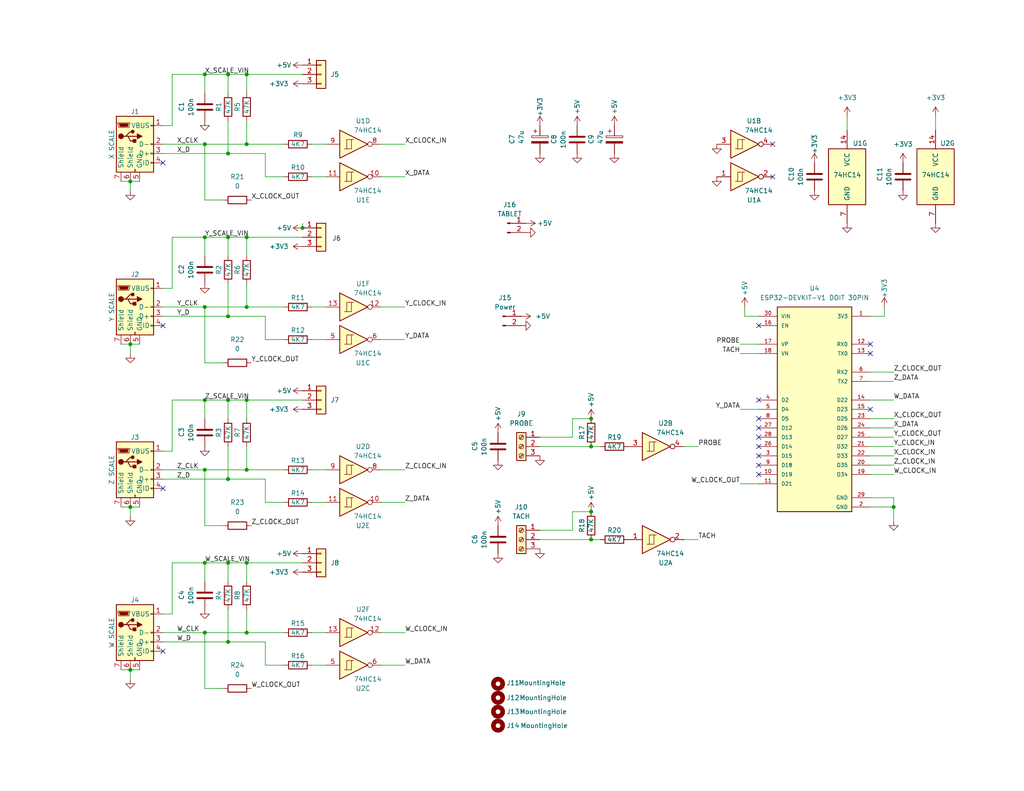
<source format=kicad_sch>
(kicad_sch (version 20231120) (generator "eeschema") (generator_version "8.0")
  (paper "USLetter")
  (title_block (title "TouchDRO ESP32") (date "2024-07-26") (rev "FINAL"))
  (lib_symbols
    (symbol "+5V_1" (power) (pin_numbers hide) (pin_names (offset 0) hide)
      (property "Value" "+5V" (at 0 3.556 0))
      (symbol "+5V_1_1_1"
        (pin power_in line (at 0 0 90) (length 0) (name "~") (number "1"))
      )
    )
    (symbol "74xx:74HC14" (pin_names (offset 1.016))
      (property "Reference" "U" (at 0 1.27 0))
      (property "Value" "74HC14" (at 0 -1.27 0))
      (symbol "74HC14_1_0"
        (pin input line (at -7.62 0 0) (length 3.81) (name "~") (number "1"))
        (pin output inverted (at 7.62 0 180) (length 3.81) (name "~") (number "2"))
      )
      (symbol "74HC14_2_0"
        (pin input line (at -7.62 0 0) (length 3.81) (name "~") (number "3"))
        (pin output inverted (at 7.62 0 180) (length 3.81) (name "~") (number "4"))
      )
      (symbol "74HC14_3_0"
        (pin input line (at -7.62 0 0) (length 3.81) (name "~") (number "5"))
        (pin output inverted (at 7.62 0 180) (length 3.81) (name "~") (number "6"))
      )
      (symbol "74HC14_4_0"
        (pin output inverted (at 7.62 0 180) (length 3.81) (name "~") (number "8"))
        (pin input line (at -7.62 0 0) (length 3.81) (name "~") (number "9"))
      )
      (symbol "74HC14_5_0"
        (pin output inverted (at 7.62 0 180) (length 3.81) (name "~") (number "10"))
        (pin input line (at -7.62 0 0) (length 3.81) (name "~") (number "11"))
      )
      (symbol "74HC14_6_0"
        (pin output inverted (at 7.62 0 180) (length 3.81) (name "~") (number "12"))
        (pin input line (at -7.62 0 0) (length 3.81) (name "~") (number "13"))
      )
      (symbol "74HC14_7_0"
        (pin power_in line (at 0 12.7 270) (length 5.08) (name "VCC") (number "14"))
        (pin power_in line (at 0 -12.7 90) (length 5.08) (name "GND") (number "7"))
      )
    )
    (symbol "Conn_01x02_Pin_1" (pin_names (offset 1.016) hide)
      (property "Reference" "J15" (at 0.635 5.08 0))
      (property "Value" "Power" (at 0.635 2.54 0))
      (symbol "Conn_01x02_Pin_1_1_1"
        (pin power_out line (at 5.08 0 180) (length 3.81) (name "Pin_1") (number "1"))
        (pin passive line (at 5.08 -2.54 180) (length 3.81) (name "Pin_2") (number "2"))
      )
    )
    (symbol "Connector:Conn_01x02_Pin" (pin_names (offset 1.016) hide)
      (property "Reference" "J" (at 0 2.54 0))
      (property "Value" "Conn_01x02_Pin" (at 0 -5.08 0))
      (symbol "Conn_01x02_Pin_1_1"
        (pin passive line (at 5.08 0 180) (length 3.81) (name "Pin_1") (number "1"))
        (pin passive line (at 5.08 -2.54 180) (length 3.81) (name "Pin_2") (number "2"))
      )
    )
    (symbol "Connector:Screw_Terminal_01x03" (pin_names (offset 1.016) hide)
      (property "Reference" "J" (at 0 5.08 0))
      (property "Value" "Screw_Terminal_01x03" (at 0 -5.08 0))
      (symbol "Screw_Terminal_01x03_1_1"
        (pin passive line (at -5.08 2.54 0) (length 3.81) (name "Pin_1") (number "1"))
        (pin passive line (at -5.08 0 0) (length 3.81) (name "Pin_2") (number "2"))
        (pin passive line (at -5.08 -2.54 0) (length 3.81) (name "Pin_3") (number "3"))
      )
    )
    (symbol "Connector:USB_B_Micro" (pin_names (offset 1.016))
      (property "Reference" "J4" (at 0 8.89 0))
      (property "Value" "W SCALE" (at -6.35 0 90))
      (symbol "USB_B_Micro_1_1"
        (pin power_in line (at 7.62 5.08 180) (length 2.54) (name "VBUS") (number "1"))
        (pin bidirectional line (at 7.62 0 180) (length 2.54) (name "D-") (number "2"))
        (pin bidirectional line (at 7.62 -2.54 180) (length 2.54) (name "D+") (number "3"))
        (pin passive line (at 7.62 -5.08 180) (length 2.54) (name "ID") (number "4"))
        (pin power_in line (at 1.27 -10.16 90) (length 2.54) (name "GND") (number "5"))
        (pin passive line (at -1.27 -10.16 90) (length 2.54) (name "Shield") (number "6"))
        (pin passive line (at -3.81 -10.16 90) (length 2.54) (name "Shield") (number "7"))
      )
    )
    (symbol "Connector_Generic:Conn_01x03" (pin_names (offset 1.016) hide)
      (property "Reference" "J" (at 0 5.08 0))
      (property "Value" "Conn_01x03" (at 0 -5.08 0))
      (symbol "Conn_01x03_1_1"
        (pin passive line (at -5.08 2.54 0) (length 3.81) (name "Pin_1") (number "1"))
        (pin passive line (at -5.08 0 0) (length 3.81) (name "Pin_2") (number "2"))
        (pin passive line (at -5.08 -2.54 0) (length 3.81) (name "Pin_3") (number "3"))
      )
    )
    (symbol "Device:C" (pin_numbers hide) (pin_names (offset 0.254))
      (property "Reference" "C" (at 0.635 2.54 0))
      (property "Value" "C" (at 0.635 -2.54 0))
      (symbol "C_1_1"
        (pin passive line (at 0 3.81 270) (length 2.794) (name "~") (number "1"))
        (pin passive line (at 0 -3.81 90) (length 2.794) (name "~") (number "2"))
      )
    )
    (symbol "Device:C_Polarized" (pin_numbers hide) (pin_names (offset 0.254))
      (property "Reference" "C" (at 0.635 2.54 0))
      (property "Value" "C_Polarized" (at 0.635 -2.54 0))
      (symbol "C_Polarized_1_1"
        (pin passive line (at 0 3.81 270) (length 2.794) (name "~") (number "1"))
        (pin passive line (at 0 -3.81 90) (length 2.794) (name "~") (number "2"))
      )
    )
    (symbol "Device:R" (pin_numbers hide) (pin_names (offset 0))
      (property "Reference" "R" (at 2.032 0 90))
      (property "Value" "R" (at 0 0 90))
      (symbol "R_1_1"
        (pin passive line (at 0 3.81 270) (length 1.27) (name "~") (number "1"))
        (pin passive line (at 0 -3.81 90) (length 1.27) (name "~") (number "2"))
      )
    )
    (symbol "Mechanical:MountingHole" (pin_names (offset 1.016))
      (property "Reference" "H" (at 0 5.08 0))
      (property "Value" "MountingHole" (at 0 3.175 0))
    )
    (symbol "PCM_Espressif:ESP32-DEVKIT-V1 DOIT 30PIN" (pin_names (offset 1.016))
      (property "Reference" "U4" (at 0 33.02 0))
      (property "Value" "ESP32-DEVKIT-V1 DOIT 30PIN" (at 0 30.48 0))
      (symbol "ESP32-DEVKIT-V1 DOIT 30PIN_0_0"
        (pin power_out line (at 15.24 25.4 180) (length 5.08) (name "3V3") (number "1"))
        (pin bidirectional line (at -15.24 -17.78 0) (length 5.08) (name "D19") (number "10"))
        (pin bidirectional line (at -15.24 -20.32 0) (length 5.08) (name "D21") (number "11"))
        (pin input line (at 15.24 17.78 180) (length 5.08) (name "RX0") (number "12"))
        (pin output line (at 15.24 15.24 180) (length 5.08) (name "TX0") (number "13"))
        (pin bidirectional line (at 15.24 2.54 180) (length 5.08) (name "D22") (number "14"))
        (pin bidirectional line (at 15.24 0 180) (length 5.08) (name "D23") (number "15"))
        (pin input line (at -15.24 22.86 0) (length 5.08) (name "EN") (number "16"))
        (pin bidirectional line (at -15.24 17.78 0) (length 5.08) (name "VP") (number "17"))
        (pin bidirectional line (at -15.24 15.24 0) (length 5.08) (name "VN") (number "18"))
        (pin bidirectional line (at 15.24 -17.78 180) (length 5.08) (name "D34") (number "19"))
        (pin power_in line (at 15.24 -26.67 180) (length 5.08) (name "GND") (number "2"))
        (pin bidirectional line (at 15.24 -15.24 180) (length 5.08) (name "D35") (number "20"))
        (pin bidirectional line (at 15.24 -10.16 180) (length 5.08) (name "D32") (number "21"))
        (pin bidirectional line (at 15.24 -12.7 180) (length 5.08) (name "D33") (number "22"))
        (pin bidirectional line (at 15.24 -2.54 180) (length 5.08) (name "D25") (number "23"))
        (pin bidirectional line (at 15.24 -5.08 180) (length 5.08) (name "D26") (number "24"))
        (pin bidirectional line (at 15.24 -7.62 180) (length 5.08) (name "D27") (number "25"))
        (pin bidirectional line (at -15.24 -10.16 0) (length 5.08) (name "D14") (number "26"))
        (pin bidirectional line (at -15.24 -5.08 0) (length 5.08) (name "D12") (number "27"))
        (pin bidirectional line (at -15.24 -7.62 0) (length 5.08) (name "D13") (number "28"))
        (pin power_in line (at 15.24 -24.13 180) (length 5.08) (name "GND") (number "29"))
        (pin bidirectional line (at -15.24 -12.7 0) (length 5.08) (name "D15") (number "3"))
        (pin input line (at -15.24 25.4 0) (length 5.08) (name "VIN") (number "30"))
        (pin bidirectional line (at -15.24 2.54 0) (length 5.08) (name "D2") (number "4"))
        (pin bidirectional line (at -15.24 0 0) (length 5.08) (name "D4") (number "5"))
        (pin input line (at 15.24 10.16 180) (length 5.08) (name "RX2") (number "6"))
        (pin input line (at 15.24 7.62 180) (length 5.08) (name "TX2") (number "7"))
        (pin bidirectional line (at -15.24 -2.54 0) (length 5.08) (name "D5") (number "8"))
        (pin bidirectional line (at -15.24 -15.24 0) (length 5.08) (name "D18") (number "9"))
      )
    )
    (symbol "USB_B_Micro_1" (pin_names (offset 1.016))
      (property "Reference" "J2" (at 0 8.89 0))
      (property "Value" "Y SCALE" (at -6.35 0 90))
      (symbol "USB_B_Micro_1_1_1"
        (pin power_in line (at 7.62 5.08 180) (length 2.54) (name "VBUS") (number "1"))
        (pin bidirectional line (at 7.62 0 180) (length 2.54) (name "D-") (number "2"))
        (pin bidirectional line (at 7.62 -2.54 180) (length 2.54) (name "D+") (number "3"))
        (pin passive line (at 7.62 -5.08 180) (length 2.54) (name "ID") (number "4"))
        (pin power_in line (at 1.27 -10.16 90) (length 2.54) (name "GND") (number "5"))
        (pin passive line (at -1.27 -10.16 90) (length 2.54) (name "Shield") (number "6"))
        (pin passive line (at -3.81 -10.16 90) (length 2.54) (name "Shield") (number "7"))
      )
    )
    (symbol "USB_B_Micro_2" (pin_names (offset 1.016))
      (property "Reference" "J1" (at 0 8.89 0))
      (property "Value" "X SCALE" (at -6.35 0 90))
      (symbol "USB_B_Micro_2_1_1"
        (pin power_in line (at 7.62 5.08 180) (length 2.54) (name "VBUS") (number "1"))
        (pin bidirectional line (at 7.62 0 180) (length 2.54) (name "D-") (number "2"))
        (pin bidirectional line (at 7.62 -2.54 180) (length 2.54) (name "D+") (number "3"))
        (pin passive line (at 7.62 -5.08 180) (length 2.54) (name "ID") (number "4"))
        (pin power_in line (at 1.27 -10.16 90) (length 2.54) (name "GND") (number "5"))
        (pin passive line (at -1.27 -10.16 90) (length 2.54) (name "Shield") (number "6"))
        (pin passive line (at -3.81 -10.16 90) (length 2.54) (name "Shield") (number "7"))
      )
    )
    (symbol "USB_B_Micro_3" (pin_names (offset 1.016))
      (property "Reference" "J3" (at 0 8.89 0))
      (property "Value" "Z SCALE" (at -6.35 0 90))
      (symbol "USB_B_Micro_3_1_1"
        (pin power_in line (at 7.62 5.08 180) (length 2.54) (name "VBUS") (number "1"))
        (pin bidirectional line (at 7.62 0 180) (length 2.54) (name "D-") (number "2"))
        (pin bidirectional line (at 7.62 -2.54 180) (length 2.54) (name "D+") (number "3"))
        (pin passive line (at 7.62 -5.08 180) (length 2.54) (name "ID") (number "4"))
        (pin power_in line (at 1.27 -10.16 90) (length 2.54) (name "GND") (number "5"))
        (pin passive line (at -1.27 -10.16 90) (length 2.54) (name "Shield") (number "6"))
        (pin passive line (at -3.81 -10.16 90) (length 2.54) (name "Shield") (number "7"))
      )
    )
    (symbol "power:+3V3" (power) (pin_names (offset 0))
      (property "Value" "+3V3" (at 0 3.556 0))
      (symbol "+3V3_1_1"
        (pin power_in line (at 0 0 90) (length 0) hide (name "+3V3") (number "1"))
      )
    )
    (symbol "power:+5V" (power) (pin_names (offset 0))
      (property "Value" "+5V" (at 0 3.556 0))
      (symbol "+5V_1_1"
        (pin power_in line (at 0 0 90) (length 0) hide (name "+5V") (number "1"))
      )
    )
    (symbol "power:GND" (power) (pin_names (offset 0))
      (property "Value" "GND" (at 0 -3.81 0))
      (symbol "GND_1_1"
        (pin power_in line (at 0 0 270) (length 0) hide (name "GND") (number "1"))
      )
    )
  )
  (junction (at 55.88 172.72))
  (junction (at 62.23 41.91))
  (junction (at 55.88 83.82))
  (junction (at 62.23 20.32))
  (junction (at 161.29 139.7))
  (junction (at 67.31 128.27))
  (junction (at 67.31 172.72))
  (junction (at 35.56 49.53))
  (junction (at 35.56 93.98))
  (junction (at 55.88 128.27))
  (junction (at 243.84 138.43))
  (junction (at 67.31 153.67))
  (junction (at 67.31 64.77))
  (junction (at 161.29 114.3))
  (junction (at 62.23 153.67))
  (junction (at 35.56 138.43))
  (junction (at 55.88 20.32))
  (junction (at 55.88 153.67))
  (junction (at 82.55 62.23))
  (junction (at 67.31 20.32))
  (junction (at 161.29 121.92))
  (junction (at 62.23 175.26))
  (junction (at 62.23 64.77))
  (junction (at 62.23 130.81))
  (junction (at 67.31 39.37))
  (junction (at 55.88 39.37))
  (junction (at 62.23 109.22))
  (junction (at 67.31 83.82))
  (junction (at 161.29 147.32))
  (junction (at 35.56 182.88))
  (junction (at 55.88 64.77))
  (junction (at 55.88 109.22))
  (junction (at 67.31 109.22))
  (junction (at 62.23 86.36))
  (no_connect (at 210.82 39.37))
  (no_connect (at 44.45 133.35))
  (no_connect (at 207.01 124.46))
  (no_connect (at 207.01 127))
  (no_connect (at 44.45 44.45))
  (no_connect (at 207.01 109.22))
  (no_connect (at 207.01 88.9))
  (no_connect (at 207.01 114.3))
  (no_connect (at 207.01 129.54))
  (no_connect (at 237.49 96.52))
  (no_connect (at 44.45 88.9))
  (no_connect (at 210.82 48.26))
  (no_connect (at 237.49 111.76))
  (no_connect (at 207.01 119.38))
  (no_connect (at 44.45 177.8))
  (no_connect (at 207.01 121.92))
  (no_connect (at 237.49 93.98))
  (no_connect (at 207.01 116.84))
  (wire (pts (xy 62.23 33.02) (xy 62.23 41.91)))
  (wire (pts (xy 237.49 127) (xy 243.84 127)))
  (wire (pts (xy 46.99 153.67) (xy 46.99 167.64)))
  (wire (pts (xy 156.21 139.7) (xy 156.21 144.78)))
  (wire (pts (xy 85.09 39.37) (xy 88.9 39.37)))
  (wire (pts (xy 67.31 121.92) (xy 67.31 128.27)))
  (wire (pts (xy 67.31 128.27) (xy 77.47 128.27)))
  (wire (pts (xy 231.14 31.75) (xy 231.14 35.56)))
  (wire (pts (xy 62.23 166.37) (xy 62.23 175.26)))
  (wire (pts (xy 186.69 121.92) (xy 190.5 121.92)))
  (wire (pts (xy 237.49 135.89) (xy 243.84 135.89)))
  (wire (pts (xy 44.45 86.36) (xy 62.23 86.36)))
  (wire (pts (xy 35.56 49.53) (xy 38.1 49.53)))
  (wire (pts (xy 67.31 77.47) (xy 67.31 83.82)))
  (wire (pts (xy 46.99 109.22) (xy 46.99 123.19)))
  (wire (pts (xy 237.49 114.3) (xy 243.84 114.3)))
  (wire (pts (xy 62.23 77.47) (xy 62.23 86.36)))
  (wire (pts (xy 46.99 64.77) (xy 46.99 78.74)))
  (wire (pts (xy 35.56 138.43) (xy 35.56 140.97)))
  (wire (pts (xy 46.99 123.19) (xy 44.45 123.19)))
  (wire (pts (xy 85.09 181.61) (xy 88.9 181.61)))
  (wire (pts (xy 44.45 41.91) (xy 62.23 41.91)))
  (wire (pts (xy 62.23 109.22) (xy 67.31 109.22)))
  (wire (pts (xy 44.45 128.27) (xy 55.88 128.27)))
  (wire (pts (xy 241.3 86.36) (xy 237.49 86.36)))
  (wire (pts (xy 104.14 48.26) (xy 110.49 48.26)))
  (wire (pts (xy 55.88 54.61) (xy 60.96 54.61)))
  (wire (pts (xy 55.88 172.72) (xy 67.31 172.72)))
  (wire (pts (xy 55.88 54.61) (xy 55.88 39.37)))
  (wire (pts (xy 147.32 147.32) (xy 161.29 147.32)))
  (wire (pts (xy 243.84 135.89) (xy 243.84 138.43)))
  (wire (pts (xy 85.09 172.72) (xy 88.9 172.72)))
  (wire (pts (xy 62.23 64.77) (xy 62.23 69.85)))
  (wire (pts (xy 55.88 128.27) (xy 67.31 128.27)))
  (wire (pts (xy 156.21 114.3) (xy 156.21 119.38)))
  (wire (pts (xy 237.49 124.46) (xy 243.84 124.46)))
  (wire (pts (xy 237.49 109.22) (xy 243.84 109.22)))
  (wire (pts (xy 67.31 172.72) (xy 77.47 172.72)))
  (wire (pts (xy 67.31 153.67) (xy 67.31 158.75)))
  (wire (pts (xy 67.31 153.67) (xy 82.55 153.67)))
  (wire (pts (xy 147.32 144.78) (xy 156.21 144.78)))
  (wire (pts (xy 55.88 109.22) (xy 55.88 114.3)))
  (wire (pts (xy 55.88 20.32) (xy 55.88 25.4)))
  (wire (pts (xy 104.14 83.82) (xy 110.49 83.82)))
  (wire (pts (xy 201.93 93.98) (xy 207.01 93.98)))
  (wire (pts (xy 82.55 62.23) (xy 82.55 60.96)))
  (wire (pts (xy 104.14 181.61) (xy 110.49 181.61)))
  (wire (pts (xy 67.31 109.22) (xy 82.55 109.22)))
  (wire (pts (xy 46.99 78.74) (xy 44.45 78.74)))
  (wire (pts (xy 44.45 130.81) (xy 62.23 130.81)))
  (wire (pts (xy 35.56 49.53) (xy 35.56 52.07)))
  (wire (pts (xy 67.31 64.77) (xy 67.31 69.85)))
  (wire (pts (xy 104.14 172.72) (xy 110.49 172.72)))
  (wire (pts (xy 72.39 181.61) (xy 72.39 175.26)))
  (wire (pts (xy 33.02 138.43) (xy 35.56 138.43)))
  (wire (pts (xy 55.88 64.77) (xy 62.23 64.77)))
  (wire (pts (xy 67.31 20.32) (xy 82.55 20.32)))
  (wire (pts (xy 67.31 109.22) (xy 67.31 114.3)))
  (wire (pts (xy 67.31 64.77) (xy 82.55 64.77)))
  (wire (pts (xy 46.99 64.77) (xy 55.88 64.77)))
  (wire (pts (xy 67.31 33.02) (xy 67.31 39.37)))
  (wire (pts (xy 237.49 116.84) (xy 243.84 116.84)))
  (wire (pts (xy 161.29 139.7) (xy 156.21 139.7)))
  (wire (pts (xy 62.23 41.91) (xy 72.39 41.91)))
  (wire (pts (xy 62.23 20.32) (xy 62.23 25.4)))
  (wire (pts (xy 161.29 147.32) (xy 163.83 147.32)))
  (wire (pts (xy 72.39 137.16) (xy 72.39 130.81)))
  (wire (pts (xy 62.23 153.67) (xy 67.31 153.67)))
  (wire (pts (xy 62.23 109.22) (xy 62.23 114.3)))
  (wire (pts (xy 46.99 20.32) (xy 46.99 34.29)))
  (wire (pts (xy 201.93 111.76) (xy 207.01 111.76)))
  (wire (pts (xy 237.49 138.43) (xy 243.84 138.43)))
  (wire (pts (xy 46.99 34.29) (xy 44.45 34.29)))
  (wire (pts (xy 72.39 92.71) (xy 72.39 86.36)))
  (wire (pts (xy 85.09 48.26) (xy 88.9 48.26)))
  (wire (pts (xy 55.88 153.67) (xy 62.23 153.67)))
  (wire (pts (xy 104.14 137.16) (xy 110.49 137.16)))
  (wire (pts (xy 55.88 20.32) (xy 62.23 20.32)))
  (wire (pts (xy 161.29 114.3) (xy 156.21 114.3)))
  (wire (pts (xy 62.23 20.32) (xy 67.31 20.32)))
  (wire (pts (xy 237.49 121.92) (xy 243.84 121.92)))
  (wire (pts (xy 147.32 119.38) (xy 156.21 119.38)))
  (wire (pts (xy 62.23 86.36) (xy 72.39 86.36)))
  (wire (pts (xy 62.23 130.81) (xy 72.39 130.81)))
  (wire (pts (xy 44.45 83.82) (xy 55.88 83.82)))
  (wire (pts (xy 35.56 182.88) (xy 35.56 185.42)))
  (wire (pts (xy 67.31 166.37) (xy 67.31 172.72)))
  (wire (pts (xy 77.47 48.26) (xy 72.39 48.26)))
  (wire (pts (xy 201.93 96.52) (xy 207.01 96.52)))
  (wire (pts (xy 203.2 83.82) (xy 203.2 86.36)))
  (wire (pts (xy 77.47 181.61) (xy 72.39 181.61)))
  (wire (pts (xy 237.49 129.54) (xy 243.84 129.54)))
  (wire (pts (xy 55.88 187.96) (xy 60.96 187.96)))
  (wire (pts (xy 67.31 83.82) (xy 77.47 83.82)))
  (wire (pts (xy 147.32 121.92) (xy 161.29 121.92)))
  (wire (pts (xy 237.49 104.14) (xy 243.84 104.14)))
  (wire (pts (xy 186.69 147.32) (xy 190.5 147.32)))
  (wire (pts (xy 46.99 20.32) (xy 55.88 20.32)))
  (wire (pts (xy 55.88 109.22) (xy 62.23 109.22)))
  (wire (pts (xy 55.88 39.37) (xy 67.31 39.37)))
  (wire (pts (xy 35.56 138.43) (xy 38.1 138.43)))
  (wire (pts (xy 46.99 167.64) (xy 44.45 167.64)))
  (wire (pts (xy 33.02 49.53) (xy 35.56 49.53)))
  (wire (pts (xy 35.56 182.88) (xy 38.1 182.88)))
  (wire (pts (xy 44.45 175.26) (xy 62.23 175.26)))
  (wire (pts (xy 55.88 143.51) (xy 60.96 143.51)))
  (wire (pts (xy 243.84 138.43) (xy 243.84 142.24)))
  (wire (pts (xy 67.31 20.32) (xy 67.31 25.4)))
  (wire (pts (xy 85.09 83.82) (xy 88.9 83.82)))
  (wire (pts (xy 62.23 175.26) (xy 72.39 175.26)))
  (wire (pts (xy 104.14 39.37) (xy 110.49 39.37)))
  (wire (pts (xy 35.56 93.98) (xy 35.56 96.52)))
  (wire (pts (xy 161.29 121.92) (xy 163.83 121.92)))
  (wire (pts (xy 46.99 109.22) (xy 55.88 109.22)))
  (wire (pts (xy 85.09 128.27) (xy 88.9 128.27)))
  (wire (pts (xy 241.3 83.82) (xy 241.3 86.36)))
  (wire (pts (xy 44.45 172.72) (xy 55.88 172.72)))
  (wire (pts (xy 33.02 93.98) (xy 35.56 93.98)))
  (wire (pts (xy 72.39 48.26) (xy 72.39 41.91)))
  (wire (pts (xy 201.93 132.08) (xy 207.01 132.08)))
  (wire (pts (xy 77.47 137.16) (xy 72.39 137.16)))
  (wire (pts (xy 33.02 182.88) (xy 35.56 182.88)))
  (wire (pts (xy 35.56 93.98) (xy 38.1 93.98)))
  (wire (pts (xy 85.09 92.71) (xy 88.9 92.71)))
  (wire (pts (xy 55.88 83.82) (xy 67.31 83.82)))
  (wire (pts (xy 55.88 143.51) (xy 55.88 128.27)))
  (wire (pts (xy 46.99 153.67) (xy 55.88 153.67)))
  (wire (pts (xy 77.47 92.71) (xy 72.39 92.71)))
  (wire (pts (xy 62.23 121.92) (xy 62.23 130.81)))
  (wire (pts (xy 85.09 137.16) (xy 88.9 137.16)))
  (wire (pts (xy 62.23 64.77) (xy 67.31 64.77)))
  (wire (pts (xy 237.49 119.38) (xy 243.84 119.38)))
  (wire (pts (xy 44.45 39.37) (xy 55.88 39.37)))
  (wire (pts (xy 255.27 31.75) (xy 255.27 35.56)))
  (wire (pts (xy 55.88 153.67) (xy 55.88 158.75)))
  (wire (pts (xy 104.14 128.27) (xy 110.49 128.27)))
  (wire (pts (xy 237.49 101.6) (xy 243.84 101.6)))
  (wire (pts (xy 55.88 99.06) (xy 60.96 99.06)))
  (wire (pts (xy 104.14 92.71) (xy 110.49 92.71)))
  (wire (pts (xy 67.31 39.37) (xy 77.47 39.37)))
  (wire (pts (xy 203.2 86.36) (xy 207.01 86.36)))
  (wire (pts (xy 55.88 187.96) (xy 55.88 172.72)))
  (wire (pts (xy 62.23 153.67) (xy 62.23 158.75)))
  (wire (pts (xy 55.88 99.06) (xy 55.88 83.82)))
  (wire (pts (xy 55.88 64.77) (xy 55.88 69.85)))
  (label "X_CLOCK_IN" (at 110.49 39.37 0))
  (label "PROBE" (at 190.5 121.92 0))
  (label "W_CLOCK_IN" (at 243.84 129.54 0))
  (label "X_DATA" (at 110.49 48.26 0))
  (label "Y_D" (at 48.26 86.36 0))
  (label "W_DATA" (at 110.49 181.61 0))
  (label "TACH" (at 190.5 147.32 0))
  (label "Z_CLOCK_IN" (at 243.84 127 0))
  (label "W_CLOCK_IN" (at 110.49 172.72 0))
  (label "Y_CLOCK_IN" (at 243.84 121.92 0))
  (label "Z_CLOCK_IN" (at 110.49 128.27 0))
  (label "W_D" (at 48.26 175.26 0))
  (label "Z_CLOCK_OUT" (at 243.84 101.6 0))
  (label "Z_SCALE_VIN" (at 55.88 109.22 0))
  (label "X_CLK" (at 48.26 39.37 0))
  (label "Y_DATA" (at 201.93 111.76 180))
  (label "X_CLOCK_OUT" (at 243.84 114.3 0))
  (label "Z_CLOCK_OUT" (at 68.58 143.51 0))
  (label "X_SCALE_VIN" (at 55.88 20.32 0))
  (label "W_SCALE_VIN" (at 55.88 153.67 0))
  (label "X_DATA" (at 243.84 116.84 0))
  (label "W_CLOCK_OUT" (at 68.58 187.96 0))
  (label "Y_CLOCK_IN" (at 110.49 83.82 0))
  (label "W_DATA" (at 243.84 109.22 0))
  (label "Z_DATA" (at 243.84 104.14 0))
  (label "Y_CLOCK_OUT" (at 243.84 119.38 0))
  (label "Z_D" (at 48.26 130.81 0))
  (label "Z_DATA" (at 110.49 137.16 0))
  (label "W_CLOCK_OUT" (at 201.93 132.08 180))
  (label "PROBE" (at 201.93 93.98 180))
  (label "W_CLK" (at 48.26 172.72 0))
  (label "X_CLOCK_IN" (at 243.84 124.46 0))
  (label "Y_DATA" (at 110.49 92.71 0))
  (label "Y_CLOCK_OUT" (at 68.58 99.06 0))
  (label "X_CLOCK_OUT" (at 68.58 54.61 0))
  (label "Y_CLK" (at 48.26 83.82 0))
  (label "TACH" (at 201.93 96.52 180))
  (label "Y_SCALE_VIN" (at 55.88 64.77 0))
  (label "Z_CLK" (at 48.26 128.27 0))
  (label "X_D" (at 48.26 41.91 0))
  (symbol (lib_id "Connector_Generic:Conn_01x03") (at 87.63 109.22 0) (unit 1)
    (property "Reference" "J7" (at 90.17 109.2199 0) (effects (justify left)))
    (property "Value" "Z SCALE" (effects (hide yes)))
    (property "Footprint" "Connector_PinHeader_2.54mm:PinHeader_1x03_P2.54mm_Vertical" (effects (hide yes)))
  )
  (symbol (lib_id "Device:R") (at 64.77 54.61 90) (unit 1)
    (property "Reference" "R21" (at 64.77 48.26 90))
    (property "Value" "0" (at 64.77 50.8 90))
    (property "Footprint" "Resistor_THT:R_Axial_DIN0204_L3.6mm_D1.6mm_P7.62mm_Horizontal" (effects (hide yes)))
    (property "Description" "Resistor" (effects (hide yes)))
  )
  (symbol (lib_id "Device:R") (at 81.28 181.61 90) (unit 1)
    (property "Reference" "R16" (at 81.28 179.07 90))
    (property "Value" "4K7" (at 81.28 181.61 90))
    (property "Footprint" "Resistor_THT:R_Axial_DIN0204_L3.6mm_D1.6mm_P7.62mm_Horizontal" (effects (hide yes)))
    (property "LCSC" "C119339" (effects (hide yes)))
  )
  (symbol (lib_id "power:+3V3") (at 82.55 156.21 90) (unit 1)
    (property "Reference" "#PWR020" (effects (hide yes)))
    (property "Value" "+3V3" (at 78.74 156.21 90) (effects (justify left)))
  )
  (symbol (lib_id "Device:R") (at 81.28 39.37 90) (unit 1)
    (property "Reference" "R9" (at 81.28 36.83 90))
    (property "Value" "4K7" (at 81.28 39.37 90))
    (property "Footprint" "Resistor_THT:R_Axial_DIN0204_L3.6mm_D1.6mm_P7.62mm_Horizontal" (effects (hide yes)))
    (property "LCSC" "C119339" (effects (hide yes)))
  )
  (symbol (lib_id "power:+5V") (at 161.29 114.3 0) (unit 1)
    (property "Reference" "#PWR029" (effects (hide yes)))
    (property "Value" "+5V" (at 161.29 109.22 90))
  )
  (symbol (lib_id "Connector_Generic:Conn_01x03") (at 87.63 153.67 0) (unit 1)
    (property "Reference" "J8" (at 90.17 153.6699 0) (effects (justify left)))
    (property "Value" "W SCALE" (effects (hide yes)))
    (property "Footprint" "Connector_PinHeader_2.54mm:PinHeader_1x03_P2.54mm_Vertical" (effects (hide yes)))
  )
  (symbol (lib_id "Device:R") (at 81.28 92.71 90) (unit 1)
    (property "Reference" "R12" (at 81.28 90.17 90))
    (property "Value" "4K7" (at 81.28 92.71 90))
    (property "Footprint" "Resistor_THT:R_Axial_DIN0204_L3.6mm_D1.6mm_P7.62mm_Horizontal" (effects (hide yes)))
    (property "LCSC" "C119339" (effects (hide yes)))
  )
  (symbol (lib_id "Device:C") (at 55.88 29.21 0) (unit 1)
    (property "Reference" "C1" (at 49.53 30.48 90) (effects (justify left)))
    (property "Value" "100n" (at 52.07 31.75 90) (effects (justify left)))
    (property "Footprint" "Capacitor_SMD:C_0805_2012Metric_Pad1.18x1.45mm_HandSolder" (effects (hide yes)))
    (property "LCSC" "C3034534" (effects (hide yes)))
  )
  (symbol (lib_id "power:GND") (at 157.48 41.91 0) (unit 1)
    (property "Reference" "#PWR034" (effects (hide yes)))
    (property "Value" "GND" (effects (hide yes)))
  )
  (symbol (lib_id "power:+3V3") (at 255.27 31.75 0) (unit 1)
    (property "Reference" "#PWR049" (effects (hide yes)))
    (property "Value" "+3V3" (at 255.27 26.67 0))
  )
  (symbol (lib_id "power:+5V") (at 157.48 34.29 0) (unit 1)
    (property "Reference" "#PWR033" (effects (hide yes)))
    (property "Value" "+5V" (at 157.48 29.21 90))
  )
  (symbol (lib_id "Device:R") (at 81.28 172.72 90) (unit 1)
    (property "Reference" "R15" (at 81.28 170.18 90))
    (property "Value" "4K7" (at 81.28 172.72 90))
    (property "Footprint" "Resistor_THT:R_Axial_DIN0204_L3.6mm_D1.6mm_P7.62mm_Horizontal" (effects (hide yes)))
    (property "LCSC" "C119339" (effects (hide yes)))
  )
  (symbol (lib_id "power:+3V3") (at 147.32 34.29 0) (unit 1)
    (property "Reference" "#PWR031" (effects (hide yes)))
    (property "Value" "+3V3" (at 147.32 29.21 90))
  )
  (symbol (lib_id "power:+5V") (at 161.29 139.7 0) (unit 1)
    (property "Reference" "#PWR030" (effects (hide yes)))
    (property "Value" "+5V" (at 161.29 134.62 90))
  )
  (symbol (lib_id "Connector:Screw_Terminal_01x03") (at 142.24 147.32 0) (mirror y) (unit 1)
    (property "Reference" "J10" (at 142.24 138.43 0))
    (property "Value" "TACH" (at 142.24 140.97 0))
    (property "Footprint" "TerminalBlock_Phoenix:TerminalBlock_Phoenix_MPT-0,5-3-2.54_1x03_P2.54mm_Horizontal" (effects (hide yes)))
    (property "Description" "Generic screw terminal, single row, 01x03, script generated (kicad-library-utils/schlib/autogen/connector/)" (effects (hide yes)))
  )
  (symbol (lib_id "power:+5V") (at 135.89 143.51 0) (unit 1)
    (property "Reference" "#PWR023" (effects (hide yes)))
    (property "Value" "+5V" (at 135.89 138.43 90))
  )
  (symbol (lib_id "power:GND") (at 195.58 39.37 0) (unit 1)
    (property "Reference" "#PWR037" (effects (hide yes)))
    (property "Value" "GND" (effects (hide yes)))
  )
  (symbol (lib_id "power:+3V3") (at 222.25 44.45 0) (unit 1)
    (property "Reference" "#PWR043" (effects (hide yes)))
    (property "Value" "+3V3" (at 222.25 39.37 90))
  )
  (symbol (lib_id "power:GND") (at 195.58 48.26 0) (unit 1)
    (property "Reference" "#PWR038" (effects (hide yes)))
    (property "Value" "GND" (effects (hide yes)))
  )
  (symbol (lib_id "power:+5V") (at 82.55 106.68 90) (unit 1)
    (property "Reference" "#PWR017" (effects (hide yes)))
    (property "Value" "+5V" (at 77.47 106.68 90))
  )
  (symbol (lib_id "power:GND") (at 167.64 41.91 0) (unit 1)
    (property "Reference" "#PWR036" (effects (hide yes)))
    (property "Value" "GND" (effects (hide yes)))
  )
  (symbol (lib_id "power:+5V") (at 82.55 62.23 90) (unit 1)
    (property "Reference" "#PWR015" (effects (hide yes)))
    (property "Value" "+5V" (at 77.47 62.23 90))
  )
  (symbol (lib_id "74xx:74HC14") (at 179.07 121.92 0) (unit 2)
    (property "Reference" "U2" (at 181.61 115.57 0))
    (property "Value" "74HC14" (at 182.88 118.11 0))
    (property "Footprint" "User Footprint Library:14PIN_SOIC" (effects (hide yes)))
    (property "Datasheet" "http://www.ti.com/lit/gpn/sn74HC14" (effects (hide yes)))
    (property "LCSC" "C2907" (effects (hide yes)))
  )
  (symbol (lib_id "power:GND") (at 35.56 185.42 0) (unit 1)
    (property "Reference" "#PWR04" (effects (hide yes)))
    (property "Value" "GND" (effects (hide yes)))
  )
  (symbol (lib_id "Device:R") (at 167.64 121.92 90) (unit 1)
    (property "Reference" "R19" (at 167.64 119.38 90))
    (property "Value" "4K7" (at 167.64 121.92 90))
    (property "Footprint" "Resistor_THT:R_Axial_DIN0204_L3.6mm_D1.6mm_P7.62mm_Horizontal" (effects (hide yes)))
    (property "LCSC" "C119339" (effects (hide yes)))
  )
  (symbol (lib_id "power:GND") (at 231.14 60.96 0) (unit 1)
    (property "Reference" "#PWR046" (effects (hide yes)))
    (property "Value" "GND" (effects (hide yes)))
  )
  (symbol (lib_id "power:+3V3") (at 82.55 67.31 90) (unit 1)
    (property "Reference" "#PWR016" (effects (hide yes)))
    (property "Value" "+3V3" (at 78.74 67.31 90) (effects (justify left)))
  )
  (symbol (lib_id "74xx:74HC14") (at 203.2 48.26 0) (unit 1)
    (property "Reference" "U1" (at 205.74 54.61 0))
    (property "Value" "74HC14" (at 207.01 52.07 0))
    (property "Footprint" "User Footprint Library:14PIN_SOIC" (effects (hide yes)))
    (property "Datasheet" "http://www.ti.com/lit/gpn/sn74HC14" (effects (hide yes)))
    (property "LCSC" "C2907" (effects (hide yes)))
  )
  (symbol (lib_id "power:+5V") (at 82.55 17.78 90) (unit 1)
    (property "Reference" "#PWR013" (effects (hide yes)))
    (property "Value" "+5V" (at 77.47 17.78 90))
  )
  (symbol (lib_id "Device:R") (at 161.29 118.11 180) (unit 1)
    (property "Reference" "R17" (at 158.75 118.11 90))
    (property "Value" "47K" (at 161.29 118.11 90))
    (property "Footprint" "Resistor_SMD:R_0805_2012Metric_Pad1.20x1.40mm_HandSolder" (effects (hide yes)))
    (property "LCSC" "C410613" (effects (hide yes)))
  )
  (symbol (lib_id "Device:C") (at 55.88 162.56 0) (unit 1)
    (property "Reference" "C4" (at 49.53 163.83 90) (effects (justify left)))
    (property "Value" "100n" (at 52.07 165.1 90) (effects (justify left)))
    (property "Footprint" "Capacitor_SMD:C_0805_2012Metric_Pad1.18x1.45mm_HandSolder" (effects (hide yes)))
    (property "LCSC" "C3034534" (effects (hide yes)))
  )
  (symbol (lib_id "74xx:74HC14") (at 255.27 48.26 0) (unit 7)
    (property "Reference" "U2" (at 256.54 39.116 0) (effects (justify left)))
    (property "Value" "74HC14" (at 251.46 47.752 0) (effects (justify left)))
    (property "Footprint" "User Footprint Library:14PIN_SOIC" (effects (hide yes)))
    (property "Datasheet" "http://www.ti.com/lit/gpn/sn74HC14" (effects (hide yes)))
    (property "LCSC" "C2907" (effects (hide yes)))
  )
  (symbol (lib_id "power:GND") (at 55.88 77.47 0) (unit 1)
    (property "Reference" "#PWR010" (effects (hide yes)))
    (property "Value" "GND" (effects (hide yes)))
  )
  (symbol (lib_id "74xx:74HC14") (at 96.52 137.16 0) (unit 5)
    (property "Reference" "U2" (at 99.06 143.51 0))
    (property "Value" "74HC14" (at 100.33 140.97 0))
    (property "Footprint" "User Footprint Library:14PIN_SOIC" (effects (hide yes)))
    (property "Datasheet" "http://www.ti.com/lit/gpn/sn74HC14" (effects (hide yes)))
    (property "LCSC" "C2907" (effects (hide yes)))
  )
  (symbol (lib_id "Connector_Generic:Conn_01x03") (at 87.63 64.77 0) (unit 1)
    (property "Reference" "J6" (at 90.678 65.024 0) (effects (justify left)))
    (property "Value" "Y SCALE" (effects (hide yes)))
    (property "Footprint" "Connector_PinHeader_2.54mm:PinHeader_1x03_P2.54mm_Vertical" (effects (hide yes)))
  )
  (symbol (lib_id "power:GND") (at 255.27 60.96 0) (unit 1)
    (property "Reference" "#PWR050" (effects (hide yes)))
    (property "Value" "GND" (effects (hide yes)))
  )
  (symbol (lib_id "Device:R") (at 64.77 187.96 90) (unit 1)
    (property "Reference" "R24" (at 64.77 181.61 90))
    (property "Value" "0" (at 64.77 184.15 90))
    (property "Footprint" "Resistor_THT:R_Axial_DIN0204_L3.6mm_D1.6mm_P7.62mm_Horizontal" (effects (hide yes)))
    (property "Description" "Resistor" (effects (hide yes)))
  )
  (symbol (lib_id "Device:R") (at 62.23 29.21 180) (unit 1)
    (property "Reference" "R1" (at 59.69 29.21 90))
    (property "Value" "47K" (at 62.23 29.21 90))
    (property "Footprint" "Resistor_SMD:R_0805_2012Metric_Pad1.20x1.40mm_HandSolder" (effects (hide yes)))
    (property "LCSC" "C410613" (effects (hide yes)))
  )
  (symbol (lib_id "power:GND") (at 147.32 41.91 0) (unit 1)
    (property "Reference" "#PWR032" (effects (hide yes)))
    (property "Value" "GND" (effects (hide yes)))
  )
  (symbol (lib_id "Device:R") (at 64.77 99.06 90) (unit 1)
    (property "Reference" "R22" (at 64.77 92.71 90))
    (property "Value" "0" (at 64.77 95.25 90))
    (property "Footprint" "Resistor_THT:R_Axial_DIN0204_L3.6mm_D1.6mm_P7.62mm_Horizontal" (effects (hide yes)))
    (property "Description" "Resistor" (effects (hide yes)))
  )
  (symbol (lib_id "Device:C") (at 135.89 121.92 0) (unit 1)
    (property "Reference" "C5" (at 129.54 123.19 90) (effects (justify left)))
    (property "Value" "100n" (at 132.08 124.46 90) (effects (justify left)))
    (property "Footprint" "Capacitor_SMD:C_0805_2012Metric_Pad1.18x1.45mm_HandSolder" (effects (hide yes)))
    (property "LCSC" "C3034534" (effects (hide yes)))
  )
  (symbol (lib_id "Device:R") (at 167.64 147.32 90) (unit 1)
    (property "Reference" "R20" (at 167.64 144.78 90))
    (property "Value" "4K7" (at 167.64 147.32 90))
    (property "Footprint" "Resistor_THT:R_Axial_DIN0204_L3.6mm_D1.6mm_P7.62mm_Horizontal" (effects (hide yes)))
    (property "LCSC" "C119339" (effects (hide yes)))
  )
  (symbol (lib_id "power:+5V") (at 167.64 34.29 0) (unit 1)
    (property "Reference" "#PWR035" (effects (hide yes)))
    (property "Value" "+5V" (at 167.64 29.21 90))
  )
  (symbol (lib_id "Device:R") (at 81.28 137.16 90) (unit 1)
    (property "Reference" "R14" (at 81.28 134.62 90))
    (property "Value" "4K7" (at 81.28 137.16 90))
    (property "Footprint" "Resistor_THT:R_Axial_DIN0204_L3.6mm_D1.6mm_P7.62mm_Horizontal" (effects (hide yes)))
    (property "LCSC" "C119339" (effects (hide yes)))
  )
  (symbol (lib_id "power:GND") (at 35.56 140.97 0) (unit 1)
    (property "Reference" "#PWR03" (effects (hide yes)))
    (property "Value" "GND" (effects (hide yes)))
  )
  (symbol (lib_name "Conn_01x02_Pin_1") (lib_id "Connector:Conn_01x02_Pin") (at 137.16 86.36 0) (unit 1)
    (property "Reference" "J15" (at 137.795 81.28 0))
    (property "Value" "Power" (at 137.795 83.82 0))
    (property "Footprint" "Connector_PinHeader_2.54mm:PinHeader_1x02_P2.54mm_Vertical" (effects (hide yes)))
    (property "Description" "Generic connector, single row, 01x02, script generated" (effects (hide yes)))
  )
  (symbol (lib_id "power:GND") (at 35.56 52.07 0) (unit 1)
    (property "Reference" "#PWR01" (effects (hide yes)))
    (property "Value" "GND" (effects (hide yes)))
  )
  (symbol (lib_id "Device:C") (at 55.88 118.11 0) (unit 1)
    (property "Reference" "C3" (at 49.53 119.38 90) (effects (justify left)))
    (property "Value" "100n" (at 52.07 120.65 90) (effects (justify left)))
    (property "Footprint" "Capacitor_SMD:C_0805_2012Metric_Pad1.18x1.45mm_HandSolder" (effects (hide yes)))
    (property "LCSC" "C3034534" (effects (hide yes)))
  )
  (symbol (lib_id "power:GND") (at 35.56 96.52 0) (unit 1)
    (property "Reference" "#PWR06" (effects (hide yes)))
    (property "Value" "GND" (effects (hide yes)))
  )
  (symbol (lib_id "PCM_Espressif:ESP32-DEVKIT-V1 DOIT 30PIN") (at 222.25 111.76 0) (unit 1)
    (property "Reference" "U4" (at 222.25 78.74 0))
    (property "Value" "ESP32-DEVKIT-V1 DOIT 30PIN" (at 222.25 81.28 0))
    (property "Footprint" "User Footprint Library:MODULE_ESP32_DEVKIT_V1 DOIT 30PIN" (effects (hide yes)))
    (property "Description" "ESP32 30 Pin DOIT Version" (effects (hide yes)))
    (property "MF" "Do it" (effects (hide yes)))
    (property "MAXIMUM_PACKAGE_HEIGHT" "6.8 mm" (effects (hide yes)))
    (property "Package" "None" (effects (hide yes)))
    (property "Price" "None" (effects (hide yes)))
    (property "Check_prices" "https://www.snapeda.com/parts/ESP32-DEVKIT-V1/Do+it/view-part/?ref=eda" (effects (hide yes)))
    (property "STANDARD" "Manufacturer Recommendations" (effects (hide yes)))
    (property "PARTREV" "N/A" (effects (hide yes)))
    (property "SnapEDA_Link" "https://www.snapeda.com/parts/ESP32-DEVKIT-V1/Do+it/view-part/?ref=snap" (effects (hide yes)))
    (property "MP" "ESP32-DEVKIT-V1" (effects (hide yes)))
    (property "Description_1" "\nDual core, Wi-Fi: 2.4 GHz up to 150 Mbits/s,BLE (Bluetooth Low Energy) and legacy Bluetooth, 32 bits, Up to 240 MHz\n" (effects (hide yes)))
    (property "Availability" "Not in stock" (effects (hide yes)))
    (property "MANUFACTURER" "DOIT" (effects (hide yes)))
  )
  (symbol (lib_id "power:GND") (at 243.84 142.24 0) (unit 1)
    (property "Reference" "#PWR053" (effects (hide yes)))
    (property "Value" "GND" (effects (hide yes)))
  )
  (symbol (lib_id "Connector_Generic:Conn_01x03") (at 87.63 20.32 0) (unit 1)
    (property "Reference" "J5" (at 90.17 20.3199 0) (effects (justify left)))
    (property "Value" "X SCALE" (effects (hide yes)))
    (property "Footprint" "Connector_PinHeader_2.54mm:PinHeader_1x03_P2.54mm_Vertical" (effects (hide yes)))
  )
  (symbol (lib_id "74xx:74HC14") (at 203.2 39.37 0) (unit 2)
    (property "Reference" "U1" (at 205.74 33.02 0))
    (property "Value" "74HC14" (at 207.01 35.56 0))
    (property "Footprint" "User Footprint Library:14PIN_SOIC" (effects (hide yes)))
    (property "Datasheet" "http://www.ti.com/lit/gpn/sn74HC14" (effects (hide yes)))
    (property "LCSC" "C2907" (effects (hide yes)))
  )
  (symbol (lib_id "Device:R") (at 62.23 118.11 180) (unit 1)
    (property "Reference" "R3" (at 59.69 118.11 90))
    (property "Value" "47K" (at 62.23 118.11 90))
    (property "Footprint" "Resistor_SMD:R_0805_2012Metric_Pad1.20x1.40mm_HandSolder" (effects (hide yes)))
    (property "LCSC" "C410613" (effects (hide yes)))
  )
  (symbol (lib_id "Device:R") (at 81.28 48.26 90) (unit 1)
    (property "Reference" "R10" (at 81.28 45.72 90))
    (property "Value" "4K7" (at 81.28 48.26 90))
    (property "Footprint" "Resistor_THT:R_Axial_DIN0204_L3.6mm_D1.6mm_P7.62mm_Horizontal" (effects (hide yes)))
    (property "LCSC" "C119339" (effects (hide yes)))
  )
  (symbol (lib_id "74xx:74HC14") (at 96.52 48.26 0) (unit 5)
    (property "Reference" "U1" (at 99.06 54.61 0))
    (property "Value" "74HC14" (at 100.33 52.07 0))
    (property "Footprint" "User Footprint Library:14PIN_SOIC" (effects (hide yes)))
    (property "Datasheet" "http://www.ti.com/lit/gpn/sn74HC14" (effects (hide yes)))
    (property "LCSC" "C2907" (effects (hide yes)))
  )
  (symbol (lib_id "power:+3V3") (at 246.38 44.45 0) (unit 1)
    (property "Reference" "#PWR047" (effects (hide yes)))
    (property "Value" "+3V3" (at 246.38 39.37 0))
  )
  (symbol (lib_id "Device:R") (at 62.23 73.66 180) (unit 1)
    (property "Reference" "R2" (at 59.69 73.66 90))
    (property "Value" "47K" (at 62.23 73.66 90))
    (property "Footprint" "Resistor_SMD:R_0805_2012Metric_Pad1.20x1.40mm_HandSolder" (effects (hide yes)))
    (property "LCSC" "C410613" (effects (hide yes)))
  )
  (symbol (lib_id "Device:R") (at 62.23 162.56 180) (unit 1)
    (property "Reference" "R4" (at 59.69 162.56 90))
    (property "Value" "47K" (at 62.23 162.56 90))
    (property "Footprint" "Resistor_SMD:R_0805_2012Metric_Pad1.20x1.40mm_HandSolder" (effects (hide yes)))
    (property "LCSC" "C410613" (effects (hide yes)))
  )
  (symbol (lib_id "power:+3V3") (at 82.55 111.76 90) (unit 1)
    (property "Reference" "#PWR018" (effects (hide yes)))
    (property "Value" "+3V3" (at 78.74 111.76 90) (effects (justify left)))
  )
  (symbol (lib_id "74xx:74HC14") (at 96.52 181.61 0) (unit 3)
    (property "Reference" "U2" (at 99.06 187.96 0))
    (property "Value" "74HC14" (at 100.33 185.42 0))
    (property "Footprint" "User Footprint Library:14PIN_SOIC" (effects (hide yes)))
    (property "Datasheet" "http://www.ti.com/lit/gpn/sn74HC14" (effects (hide yes)))
    (property "LCSC" "C2907" (effects (hide yes)))
  )
  (symbol (lib_id "power:+5V") (at 135.89 118.11 0) (unit 1)
    (property "Reference" "#PWR021" (effects (hide yes)))
    (property "Value" "+5V" (at 135.89 113.03 90))
  )
  (symbol (lib_id "power:+5V") (at 203.2 83.82 0) (unit 1)
    (property "Reference" "#PWR051" (effects (hide yes)))
    (property "Value" "+5V" (at 203.2 78.74 90))
  )
  (symbol (lib_id "74xx:74HC14") (at 96.52 128.27 0) (unit 4)
    (property "Reference" "U2" (at 99.06 121.92 0))
    (property "Value" "74HC14" (at 100.33 124.46 0))
    (property "Footprint" "User Footprint Library:14PIN_SOIC" (effects (hide yes)))
    (property "Datasheet" "http://www.ti.com/lit/gpn/sn74HC14" (effects (hide yes)))
    (property "LCSC" "C2907" (effects (hide yes)))
  )
  (symbol (lib_id "74xx:74HC14") (at 96.52 172.72 0) (unit 6)
    (property "Reference" "U2" (at 99.06 166.37 0))
    (property "Value" "74HC14" (at 100.33 168.91 0))
    (property "Footprint" "User Footprint Library:14PIN_SOIC" (effects (hide yes)))
    (property "Datasheet" "http://www.ti.com/lit/gpn/sn74HC14" (effects (hide yes)))
    (property "LCSC" "C2907" (effects (hide yes)))
  )
  (symbol (lib_id "power:+3V3") (at 82.55 22.86 90) (unit 1)
    (property "Reference" "#PWR014" (effects (hide yes)))
    (property "Value" "+3V3" (at 78.74 22.86 90) (effects (justify left)))
  )
  (symbol (lib_id "Device:R") (at 67.31 118.11 180) (unit 1)
    (property "Reference" "R7" (at 64.77 118.11 90))
    (property "Value" "47K" (at 67.31 118.11 90))
    (property "Footprint" "Resistor_SMD:R_0805_2012Metric_Pad1.20x1.40mm_HandSolder" (effects (hide yes)))
    (property "LCSC" "C410613" (effects (hide yes)))
  )
  (symbol (lib_id "power:GND") (at 55.88 166.37 0) (unit 1)
    (property "Reference" "#PWR012" (effects (hide yes)))
    (property "Value" "GND" (effects (hide yes)))
  )
  (symbol (lib_id "Device:C") (at 222.25 48.26 0) (unit 1)
    (property "Reference" "C10" (at 215.9 49.53 90) (effects (justify left)))
    (property "Value" "100n" (at 218.44 50.8 90) (effects (justify left)))
    (property "Footprint" "Capacitor_SMD:C_0805_2012Metric_Pad1.18x1.45mm_HandSolder" (effects (hide yes)))
    (property "LCSC" "C3034534" (effects (hide yes)))
  )
  (symbol (lib_id "74xx:74HC14") (at 96.52 92.71 0) (unit 3)
    (property "Reference" "U1" (at 99.06 99.06 0))
    (property "Value" "74HC14" (at 100.33 96.52 0))
    (property "Footprint" "User Footprint Library:14PIN_SOIC" (effects (hide yes)))
    (property "Datasheet" "http://www.ti.com/lit/gpn/sn74HC14" (effects (hide yes)))
    (property "LCSC" "C2907" (effects (hide yes)))
  )
  (symbol (lib_id "Device:R") (at 67.31 29.21 180) (unit 1)
    (property "Reference" "R5" (at 64.77 29.21 90))
    (property "Value" "47K" (at 67.31 29.21 90))
    (property "Footprint" "Resistor_SMD:R_0805_2012Metric_Pad1.20x1.40mm_HandSolder" (effects (hide yes)))
    (property "LCSC" "C410613" (effects (hide yes)))
  )
  (symbol (lib_id "Device:R") (at 64.77 143.51 90) (unit 1)
    (property "Reference" "R23" (at 64.77 137.16 90))
    (property "Value" "0" (at 64.77 139.7 90))
    (property "Footprint" "Resistor_THT:R_Axial_DIN0204_L3.6mm_D1.6mm_P7.62mm_Horizontal" (effects (hide yes)))
    (property "Description" "Resistor" (effects (hide yes)))
  )
  (symbol (lib_id "74xx:74HC14") (at 179.07 147.32 0) (unit 1)
    (property "Reference" "U2" (at 181.61 153.67 0))
    (property "Value" "74HC14" (at 182.88 151.13 0))
    (property "Footprint" "User Footprint Library:14PIN_SOIC" (effects (hide yes)))
    (property "Datasheet" "http://www.ti.com/lit/gpn/sn74HC14" (effects (hide yes)))
    (property "LCSC" "C2907" (effects (hide yes)))
  )
  (symbol (lib_id "power:GND") (at 55.88 121.92 0) (unit 1)
    (property "Reference" "#PWR011" (effects (hide yes)))
    (property "Value" "GND" (effects (hide yes)))
  )
  (symbol (lib_id "Connector:USB_B_Micro") (at 36.83 172.72 0) (unit 1)
    (property "Reference" "J4" (at 36.83 163.83 0))
    (property "Value" "W SCALE" (at 30.48 172.72 90))
    (property "Footprint" "User Footprint Library:USB Breakout Board" (effects (hide yes)))
  )
  (symbol (lib_id "Device:C") (at 135.89 147.32 0) (unit 1)
    (property "Reference" "C6" (at 129.54 148.59 90) (effects (justify left)))
    (property "Value" "100n" (at 132.08 149.86 90) (effects (justify left)))
    (property "Footprint" "Capacitor_SMD:C_0805_2012Metric_Pad1.18x1.45mm_HandSolder" (effects (hide yes)))
    (property "LCSC" "C3034534" (effects (hide yes)))
  )
  (symbol (lib_id "Connector:Screw_Terminal_01x03") (at 142.24 121.92 0) (mirror y) (unit 1)
    (property "Reference" "J9" (at 142.24 113.03 0))
    (property "Value" "PROBE" (at 142.24 115.57 0))
    (property "Footprint" "TerminalBlock_Phoenix:TerminalBlock_Phoenix_MPT-0,5-3-2.54_1x03_P2.54mm_Horizontal" (effects (hide yes)))
    (property "Description" "Generic screw terminal, single row, 01x03, script generated (kicad-library-utils/schlib/autogen/connector/)" (effects (hide yes)))
  )
  (symbol (lib_id "Device:R") (at 67.31 162.56 180) (unit 1)
    (property "Reference" "R8" (at 64.77 162.56 90))
    (property "Value" "47K" (at 67.31 162.56 90))
    (property "Footprint" "Resistor_SMD:R_0805_2012Metric_Pad1.20x1.40mm_HandSolder" (effects (hide yes)))
    (property "LCSC" "C410613" (effects (hide yes)))
  )
  (symbol (lib_id "power:+3V3") (at 241.3 83.82 0) (unit 1)
    (property "Reference" "#PWR052" (effects (hide yes)))
    (property "Value" "+3V3" (at 241.3 78.74 90))
  )
  (symbol (lib_id "Device:C") (at 157.48 38.1 0) (unit 1)
    (property "Reference" "C8" (at 151.13 39.37 90) (effects (justify left)))
    (property "Value" "100n" (at 153.67 40.64 90) (effects (justify left)))
    (property "Footprint" "Capacitor_SMD:C_0805_2012Metric_Pad1.18x1.45mm_HandSolder" (effects (hide yes)))
    (property "LCSC" "C3034534" (effects (hide yes)))
  )
  (symbol (lib_id "power:+3V3") (at 231.14 31.75 0) (unit 1)
    (property "Reference" "#PWR045" (effects (hide yes)))
    (property "Value" "+3V3" (at 231.14 26.67 0))
  )
  (symbol (lib_id "power:+5V") (at 82.55 151.13 90) (unit 1)
    (property "Reference" "#PWR019" (effects (hide yes)))
    (property "Value" "+5V" (at 77.47 151.13 90))
  )
  (symbol (lib_id "Device:R") (at 67.31 73.66 180) (unit 1)
    (property "Reference" "R6" (at 64.77 73.66 90))
    (property "Value" "47K" (at 67.31 73.66 90))
    (property "Footprint" "Resistor_SMD:R_0805_2012Metric_Pad1.20x1.40mm_HandSolder" (effects (hide yes)))
    (property "LCSC" "C410613" (effects (hide yes)))
  )
  (symbol (lib_id "power:GND") (at 143.51 63.5 90) (mirror x) (unit 1)
    (property "Reference" "#PWR08" (effects (hide yes)))
    (property "Value" "GND" (effects (hide yes)))
  )
  (symbol (lib_id "Mechanical:MountingHole") (at 135.89 198.12 0) (unit 1)
    (property "Reference" "J14" (at 138.176 198.12 0) (effects (justify left)))
    (property "Value" "MountingHole" (at 141.986 198.12 0) (effects (justify left)))
    (property "Footprint" "MountingHole:MountingHole_3.5mm" (effects (hide yes)))
    (property "Description" "Mounting Hole without connection" (effects (hide yes)))
  )
  (symbol (lib_id "Connector:Conn_01x02_Pin") (at 138.43 60.96 0) (unit 1)
    (property "Reference" "J16" (at 139.065 55.88 0))
    (property "Value" "TABLET" (at 139.065 58.42 0))
    (property "Footprint" "Connector_PinHeader_2.54mm:PinHeader_1x02_P2.54mm_Vertical" (effects (hide yes)))
    (property "Description" "Generic connector, single row, 01x02, script generated" (effects (hide yes)))
  )
  (symbol (lib_id "Mechanical:MountingHole") (at 135.89 194.31 0) (unit 1)
    (property "Reference" "J13" (at 138.176 194.31 0) (effects (justify left)))
    (property "Value" "MountingHole" (at 141.732 194.31 0) (effects (justify left)))
    (property "Footprint" "MountingHole:MountingHole_3.5mm" (effects (hide yes)))
    (property "Description" "Mounting Hole without connection" (effects (hide yes)))
  )
  (symbol (lib_name "USB_B_Micro_2") (lib_id "Connector:USB_B_Micro") (at 36.83 39.37 0) (unit 1)
    (property "Reference" "J1" (at 36.83 30.48 0))
    (property "Value" "X SCALE" (at 30.48 39.37 90))
    (property "Footprint" "User Footprint Library:USB Breakout Board" (effects (hide yes)))
  )
  (symbol (lib_id "power:GND") (at 222.25 52.07 0) (unit 1)
    (property "Reference" "#PWR044" (effects (hide yes)))
    (property "Value" "GND" (effects (hide yes)))
  )
  (symbol (lib_id "74xx:74HC14") (at 231.14 48.26 0) (unit 7)
    (property "Reference" "U1" (at 232.664 39.116 0) (effects (justify left)))
    (property "Value" "74HC14" (at 227.33 47.752 0) (effects (justify left)))
    (property "Footprint" "User Footprint Library:14PIN_SOIC" (effects (hide yes)))
    (property "Datasheet" "http://www.ti.com/lit/gpn/sn74HC14" (effects (hide yes)))
    (property "LCSC" "C2907" (effects (hide yes)))
  )
  (symbol (lib_id "power:GND") (at 142.24 88.9 90) (mirror x) (unit 1)
    (property "Reference" "#PWR05" (effects (hide yes)))
    (property "Value" "GND" (effects (hide yes)))
  )
  (symbol (lib_id "Device:C") (at 246.38 48.26 0) (unit 1)
    (property "Reference" "C11" (at 240.03 49.53 90) (effects (justify left)))
    (property "Value" "100n" (at 242.57 50.8 90) (effects (justify left)))
    (property "Footprint" "Capacitor_SMD:C_0805_2012Metric_Pad1.18x1.45mm_HandSolder" (effects (hide yes)))
    (property "LCSC" "C3034534" (effects (hide yes)))
  )
  (symbol (lib_name "USB_B_Micro_1") (lib_id "Connector:USB_B_Micro") (at 36.83 83.82 0) (unit 1)
    (property "Reference" "J2" (at 36.83 74.93 0))
    (property "Value" "Y SCALE" (at 30.48 83.82 90))
    (property "Footprint" "User Footprint Library:USB Breakout Board" (effects (hide yes)))
  )
  (symbol (lib_id "power:+5V") (at 143.51 60.96 270) (mirror x) (unit 1)
    (property "Reference" "#PWR07" (effects (hide yes)))
    (property "Value" "+5V" (at 148.59 60.96 90))
  )
  (symbol (lib_id "power:GND") (at 147.32 124.46 0) (unit 1)
    (property "Reference" "#PWR027" (effects (hide yes)))
    (property "Value" "GND" (effects (hide yes)))
  )
  (symbol (lib_id "74xx:74HC14") (at 96.52 39.37 0) (unit 4)
    (property "Reference" "U1" (at 99.06 33.02 0))
    (property "Value" "74HC14" (at 100.33 35.56 0))
    (property "Footprint" "User Footprint Library:14PIN_SOIC" (effects (hide yes)))
    (property "Datasheet" "http://www.ti.com/lit/gpn/sn74HC14" (effects (hide yes)))
    (property "LCSC" "C2907" (effects (hide yes)))
  )
  (symbol (lib_id "Device:R") (at 161.29 143.51 180) (unit 1)
    (property "Reference" "R18" (at 158.75 143.51 90))
    (property "Value" "47K" (at 161.29 143.51 90))
    (property "Footprint" "Resistor_SMD:R_0805_2012Metric_Pad1.20x1.40mm_HandSolder" (effects (hide yes)))
    (property "LCSC" "C410613" (effects (hide yes)))
  )
  (symbol (lib_id "power:GND") (at 246.38 52.07 0) (unit 1)
    (property "Reference" "#PWR048" (effects (hide yes)))
    (property "Value" "GND" (effects (hide yes)))
  )
  (symbol (lib_id "power:GND") (at 135.89 125.73 0) (unit 1)
    (property "Reference" "#PWR022" (effects (hide yes)))
    (property "Value" "GND" (effects (hide yes)))
  )
  (symbol (lib_id "Mechanical:MountingHole") (at 135.89 190.5 0) (unit 1)
    (property "Reference" "J12" (at 138.176 190.5 0) (effects (justify left)))
    (property "Value" "MountingHole" (at 141.732 190.5 0) (effects (justify left)))
    (property "Footprint" "MountingHole:MountingHole_3.5mm" (effects (hide yes)))
    (property "Description" "Mounting Hole without connection" (effects (hide yes)))
  )
  (symbol (lib_name "USB_B_Micro_3") (lib_id "Connector:USB_B_Micro") (at 36.83 128.27 0) (unit 1)
    (property "Reference" "J3" (at 36.83 119.38 0))
    (property "Value" "Z SCALE" (at 30.48 128.27 90))
    (property "Footprint" "User Footprint Library:USB Breakout Board" (effects (hide yes)))
  )
  (symbol (lib_id "Device:R") (at 81.28 128.27 90) (unit 1)
    (property "Reference" "R13" (at 81.28 125.73 90))
    (property "Value" "4K7" (at 81.28 128.27 90))
    (property "Footprint" "Resistor_THT:R_Axial_DIN0204_L3.6mm_D1.6mm_P7.62mm_Horizontal" (effects (hide yes)))
    (property "LCSC" "C119339" (effects (hide yes)))
  )
  (symbol (lib_id "Device:C_Polarized") (at 147.32 38.1 0) (unit 1)
    (property "Reference" "C7" (at 139.7 39.37 90) (effects (justify left)))
    (property "Value" "47u" (at 142.24 39.37 90) (effects (justify left)))
    (property "Footprint" "Capacitor_THT:CP_Radial_D8.0mm_P3.50mm" (effects (hide yes)))
    (property "LCSC" "03EC0571" (effects (hide yes)))
  )
  (symbol (lib_id "power:GND") (at 147.32 149.86 0) (unit 1)
    (property "Reference" "#PWR028" (effects (hide yes)))
    (property "Value" "GND" (effects (hide yes)))
  )
  (symbol (lib_id "74xx:74HC14") (at 96.52 83.82 0) (unit 6)
    (property "Reference" "U1" (at 99.06 77.47 0))
    (property "Value" "74HC14" (at 100.33 80.01 0))
    (property "Footprint" "User Footprint Library:14PIN_SOIC" (effects (hide yes)))
    (property "Datasheet" "http://www.ti.com/lit/gpn/sn74HC14" (effects (hide yes)))
    (property "LCSC" "C2907" (effects (hide yes)))
  )
  (symbol (lib_id "Device:C") (at 55.88 73.66 0) (unit 1)
    (property "Reference" "C2" (at 49.53 74.93 90) (effects (justify left)))
    (property "Value" "100n" (at 52.07 76.2 90) (effects (justify left)))
    (property "Footprint" "Capacitor_SMD:C_0805_2012Metric_Pad1.18x1.45mm_HandSolder" (effects (hide yes)))
    (property "LCSC" "C3034534" (effects (hide yes)))
  )
  (symbol (lib_id "Mechanical:MountingHole") (at 135.89 186.69 0) (unit 1)
    (property "Reference" "J11" (at 138.176 186.436 0) (effects (justify left)))
    (property "Value" "MountingHole" (at 141.478 186.436 0) (effects (justify left)))
    (property "Footprint" "MountingHole:MountingHole_3.5mm" (effects (hide yes)))
    (property "Description" "Mounting Hole without connection" (effects (hide yes)))
  )
  (symbol (lib_id "power:GND") (at 135.89 151.13 0) (unit 1)
    (property "Reference" "#PWR024" (effects (hide yes)))
    (property "Value" "GND" (effects (hide yes)))
  )
  (symbol (lib_id "Device:R") (at 81.28 83.82 90) (unit 1)
    (property "Reference" "R11" (at 81.28 81.28 90))
    (property "Value" "4K7" (at 81.28 83.82 90))
    (property "Footprint" "Resistor_THT:R_Axial_DIN0204_L3.6mm_D1.6mm_P7.62mm_Horizontal" (effects (hide yes)))
    (property "LCSC" "C119339" (effects (hide yes)))
  )
  (symbol (lib_id "power:GND") (at 55.88 33.02 0) (unit 1)
    (property "Reference" "#PWR09" (effects (hide yes)))
    (property "Value" "GND" (effects (hide yes)))
  )
  (symbol (lib_name "+5V_1") (lib_id "power:+5V") (at 142.24 86.36 270) (unit 1)
    (property "Reference" "#PWR02" (effects (hide yes)))
    (property "Value" "+5V" (at 146.05 86.3599 90) (effects (justify left)))
    (property "Description" "Power symbol creates a global label with name \"+5V\"" (effects (hide yes)))
  )
  (symbol (lib_id "Device:C_Polarized") (at 167.64 38.1 0) (unit 1)
    (property "Reference" "C9" (at 161.29 39.37 90) (effects (justify left)))
    (property "Value" "47u" (at 163.83 39.37 90) (effects (justify left)))
    (property "Footprint" "Capacitor_THT:CP_Radial_D8.0mm_P3.50mm" (effects (hide yes)))
    (property "LCSC" "03EC0571" (effects (hide yes)))
  )
)
</source>
